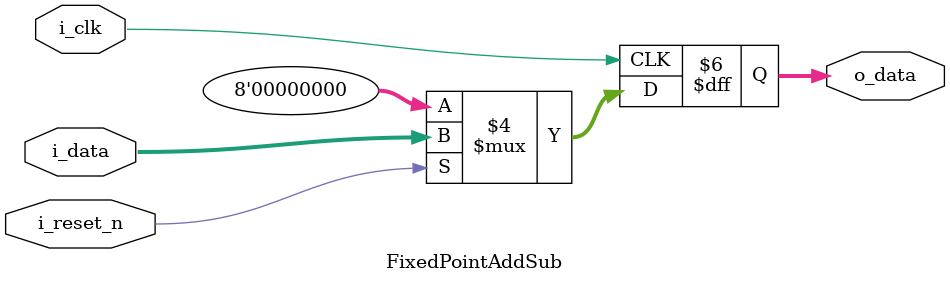
<source format=v>

`default_nettype none
`timescale 1ps/1ps

module FixedPointAddSub(
    input   wire    [0:0]   i_clk,
    input   wire    [0:0]   i_reset_n,
    input   wire    [7:0]   i_data,
    output  reg     [7:0]   o_data
);

always @(posedge i_clk) begin
    if(!i_reset_n) begin
        o_data <= 8'h00;
    end else begin
        o_data <= i_data;
    end
end

endmodule

</source>
